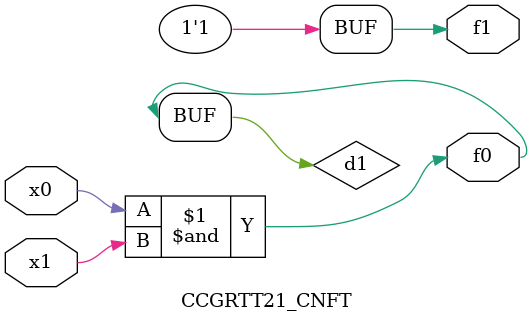
<source format=v>
module CCGRTT21_CNFT(
	input x0, x1,
	output f0, f1
);

	wire d1;

	assign f0 = d1;
	and (d1, x0, x1);
	assign f1 = 1'b1;
endmodule

</source>
